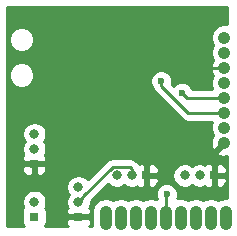
<source format=gbl>
G04 #@! TF.FileFunction,Copper,L2,Bot,Signal*
%FSLAX46Y46*%
G04 Gerber Fmt 4.6, Leading zero omitted, Abs format (unit mm)*
G04 Created by KiCad (PCBNEW (2015-08-03 BZR 6047)-product) date Mon 05 Oct 2015 04:37:09 PM CEST*
%MOMM*%
G01*
G04 APERTURE LIST*
%ADD10C,0.100000*%
%ADD11R,0.800000X0.800000*%
%ADD12O,0.800000X0.800000*%
%ADD13O,1.050000X2.100000*%
%ADD14C,1.050000*%
%ADD15C,0.600000*%
%ADD16C,0.250000*%
%ADD17C,0.254000*%
G04 APERTURE END LIST*
D10*
D11*
X28000000Y-34000000D03*
D12*
X28000000Y-32750000D03*
X28000000Y-31500000D03*
D11*
X31750000Y-38500000D03*
D12*
X31750000Y-37250000D03*
X31750000Y-36000000D03*
D11*
X28000000Y-38500000D03*
D12*
X28000000Y-37250000D03*
D13*
X34040000Y-38600000D03*
X44200000Y-38600000D03*
X42930000Y-38600000D03*
X41660000Y-38600000D03*
X40390000Y-38600000D03*
X39120000Y-38600000D03*
X37850000Y-38600000D03*
X36580000Y-38600000D03*
X35310000Y-38600000D03*
D11*
X37500000Y-35000000D03*
D12*
X36250000Y-35000000D03*
X35000000Y-35000000D03*
D11*
X43250000Y-35000000D03*
D12*
X42000000Y-35000000D03*
X40750000Y-35000000D03*
D14*
X44100000Y-23340000D03*
X44100000Y-24610000D03*
X44100000Y-25880000D03*
X44100000Y-27150000D03*
X44100000Y-28420000D03*
X44100000Y-29690000D03*
X44100000Y-30960000D03*
X44100000Y-32230000D03*
D15*
X39207354Y-36599969D03*
X32191692Y-33600392D03*
X43750000Y-21250000D03*
X33250000Y-22500000D03*
X40500000Y-28000000D03*
X38750000Y-27000000D03*
D16*
X39120000Y-38600000D02*
X39120000Y-36687323D01*
X39120000Y-36687323D02*
X39207354Y-36599969D01*
X33840000Y-38400000D02*
X34040000Y-38600000D01*
X44100000Y-25880000D02*
X42620000Y-25880000D01*
X42620000Y-25880000D02*
X42500000Y-26000000D01*
X36250000Y-35000000D02*
X36250000Y-34434315D01*
X36250000Y-34434315D02*
X36090684Y-34274999D01*
X36090684Y-34274999D02*
X34651999Y-34274999D01*
X34651999Y-34274999D02*
X32149999Y-36776999D01*
X32149999Y-36776999D02*
X32149999Y-36850001D01*
X32149999Y-36850001D02*
X31750000Y-37250000D01*
X44100000Y-28420000D02*
X40920000Y-28420000D01*
X40920000Y-28420000D02*
X40500000Y-28000000D01*
X38750000Y-27424264D02*
X38750000Y-27000000D01*
X41015736Y-29690000D02*
X38750000Y-27424264D01*
X44100000Y-29690000D02*
X41015736Y-29690000D01*
D17*
G36*
X44290000Y-22180166D02*
X43870274Y-22179799D01*
X43443771Y-22356026D01*
X43117173Y-22682055D01*
X42940202Y-23108249D01*
X42939799Y-23569726D01*
X43107449Y-23975472D01*
X42940202Y-24378249D01*
X42939799Y-24839726D01*
X43116026Y-25266229D01*
X43130845Y-25281074D01*
X43074038Y-25291575D01*
X42926954Y-25728985D01*
X42958457Y-26189386D01*
X43074038Y-26468425D01*
X43130406Y-26478845D01*
X43117173Y-26492055D01*
X42940202Y-26918249D01*
X42939799Y-27379726D01*
X43055606Y-27660000D01*
X41371186Y-27660000D01*
X41293117Y-27471057D01*
X41030327Y-27207808D01*
X40686799Y-27065162D01*
X40314833Y-27064838D01*
X39971057Y-27206883D01*
X39789080Y-27388542D01*
X39656231Y-27255693D01*
X39684838Y-27186799D01*
X39685162Y-26814833D01*
X39543117Y-26471057D01*
X39280327Y-26207808D01*
X38936799Y-26065162D01*
X38564833Y-26064838D01*
X38221057Y-26206883D01*
X37957808Y-26469673D01*
X37815162Y-26813201D01*
X37814838Y-27185167D01*
X37956883Y-27528943D01*
X38024245Y-27596422D01*
X38047852Y-27715103D01*
X38212599Y-27961665D01*
X40478335Y-30227401D01*
X40724897Y-30392148D01*
X41015736Y-30450000D01*
X43055741Y-30450000D01*
X42940202Y-30728249D01*
X42939799Y-31189726D01*
X43116026Y-31616229D01*
X43130845Y-31631074D01*
X43074038Y-31641575D01*
X42926954Y-32078985D01*
X42958457Y-32539386D01*
X43074038Y-32818425D01*
X43291727Y-32858667D01*
X43920395Y-32230000D01*
X43906253Y-32215858D01*
X44002195Y-32119915D01*
X44197976Y-32120086D01*
X44290000Y-32212110D01*
X44290000Y-32219605D01*
X44279605Y-32230000D01*
X44290000Y-32240395D01*
X44290000Y-32247890D01*
X44114143Y-32423748D01*
X44100000Y-32409605D01*
X43471333Y-33038273D01*
X43511575Y-33255962D01*
X43948985Y-33403046D01*
X44290000Y-33379712D01*
X44290000Y-36899891D01*
X44200000Y-36881989D01*
X43756087Y-36970289D01*
X43565000Y-37097969D01*
X43373913Y-36970289D01*
X42930000Y-36881989D01*
X42486087Y-36970289D01*
X42295000Y-37097969D01*
X42103913Y-36970289D01*
X41660000Y-36881989D01*
X41216087Y-36970289D01*
X41025000Y-37097969D01*
X40833913Y-36970289D01*
X40390000Y-36881989D01*
X40076782Y-36944292D01*
X40142192Y-36786768D01*
X40142516Y-36414802D01*
X40000471Y-36071026D01*
X39737681Y-35807777D01*
X39394153Y-35665131D01*
X39022187Y-35664807D01*
X38678411Y-35806852D01*
X38415162Y-36069642D01*
X38272516Y-36413170D01*
X38272192Y-36785136D01*
X38360000Y-36997648D01*
X38360000Y-37014447D01*
X38293913Y-36970289D01*
X37850000Y-36881989D01*
X37406087Y-36970289D01*
X37215000Y-37097969D01*
X37023913Y-36970289D01*
X36580000Y-36881989D01*
X36136087Y-36970289D01*
X35945000Y-37097969D01*
X35753913Y-36970289D01*
X35310000Y-36881989D01*
X34866087Y-36970289D01*
X34675000Y-37097969D01*
X34483913Y-36970289D01*
X34040000Y-36881989D01*
X33596087Y-36970289D01*
X33219756Y-37221745D01*
X32968300Y-37598076D01*
X32880000Y-38041989D01*
X32880000Y-39158011D01*
X32906254Y-39290000D01*
X32658025Y-39290000D01*
X32688327Y-39259698D01*
X32785000Y-39026309D01*
X32785000Y-38785750D01*
X32626250Y-38627000D01*
X31877000Y-38627000D01*
X31877000Y-38647000D01*
X31623000Y-38647000D01*
X31623000Y-38627000D01*
X30873750Y-38627000D01*
X30715000Y-38785750D01*
X30715000Y-39026309D01*
X30811673Y-39259698D01*
X30841975Y-39290000D01*
X28902065Y-39290000D01*
X28996431Y-39151890D01*
X29047440Y-38900000D01*
X29047440Y-38100000D01*
X29003162Y-37864683D01*
X28915119Y-37727860D01*
X28956215Y-37666354D01*
X29035000Y-37270277D01*
X29035000Y-37229723D01*
X28956215Y-36833646D01*
X28731856Y-36497867D01*
X28396077Y-36273508D01*
X28000000Y-36194723D01*
X27603923Y-36273508D01*
X27268144Y-36497867D01*
X27043785Y-36833646D01*
X26965000Y-37229723D01*
X26965000Y-37270277D01*
X27043785Y-37666354D01*
X27085302Y-37728489D01*
X27003569Y-37848110D01*
X26952560Y-38100000D01*
X26952560Y-38900000D01*
X26996838Y-39135317D01*
X27096374Y-39290000D01*
X25710000Y-39290000D01*
X25710000Y-35979723D01*
X30715000Y-35979723D01*
X30715000Y-36020277D01*
X30793785Y-36416354D01*
X30933197Y-36625000D01*
X30793785Y-36833646D01*
X30715000Y-37229723D01*
X30715000Y-37270277D01*
X30793785Y-37666354D01*
X30830569Y-37721406D01*
X30811673Y-37740302D01*
X30715000Y-37973691D01*
X30715000Y-38214250D01*
X30873750Y-38373000D01*
X31623000Y-38373000D01*
X31623000Y-38353000D01*
X31877000Y-38353000D01*
X31877000Y-38373000D01*
X32626250Y-38373000D01*
X32785000Y-38214250D01*
X32785000Y-37973691D01*
X32688327Y-37740302D01*
X32669431Y-37721406D01*
X32706215Y-37666354D01*
X32785000Y-37270277D01*
X32785000Y-37241333D01*
X32834401Y-37167399D01*
X34261101Y-35740699D01*
X34583646Y-35956215D01*
X34979723Y-36035000D01*
X35020277Y-36035000D01*
X35416354Y-35956215D01*
X35625000Y-35816803D01*
X35833646Y-35956215D01*
X36229723Y-36035000D01*
X36270277Y-36035000D01*
X36666354Y-35956215D01*
X36721406Y-35919431D01*
X36740302Y-35938327D01*
X36973691Y-36035000D01*
X37214250Y-36035000D01*
X37373000Y-35876250D01*
X37373000Y-35127000D01*
X37627000Y-35127000D01*
X37627000Y-35876250D01*
X37785750Y-36035000D01*
X38026309Y-36035000D01*
X38259698Y-35938327D01*
X38438327Y-35759699D01*
X38535000Y-35526310D01*
X38535000Y-35285750D01*
X38376250Y-35127000D01*
X37627000Y-35127000D01*
X37373000Y-35127000D01*
X37353000Y-35127000D01*
X37353000Y-35000000D01*
X39694723Y-35000000D01*
X39773508Y-35396077D01*
X39997867Y-35731856D01*
X40333646Y-35956215D01*
X40729723Y-36035000D01*
X40770277Y-36035000D01*
X41166354Y-35956215D01*
X41375000Y-35816803D01*
X41583646Y-35956215D01*
X41979723Y-36035000D01*
X42020277Y-36035000D01*
X42416354Y-35956215D01*
X42471406Y-35919431D01*
X42490302Y-35938327D01*
X42723691Y-36035000D01*
X42964250Y-36035000D01*
X43123000Y-35876250D01*
X43123000Y-35127000D01*
X43377000Y-35127000D01*
X43377000Y-35876250D01*
X43535750Y-36035000D01*
X43776309Y-36035000D01*
X44009698Y-35938327D01*
X44188327Y-35759699D01*
X44285000Y-35526310D01*
X44285000Y-35285750D01*
X44126250Y-35127000D01*
X43377000Y-35127000D01*
X43123000Y-35127000D01*
X43103000Y-35127000D01*
X43103000Y-34873000D01*
X43123000Y-34873000D01*
X43123000Y-34123750D01*
X43377000Y-34123750D01*
X43377000Y-34873000D01*
X44126250Y-34873000D01*
X44285000Y-34714250D01*
X44285000Y-34473690D01*
X44188327Y-34240301D01*
X44009698Y-34061673D01*
X43776309Y-33965000D01*
X43535750Y-33965000D01*
X43377000Y-34123750D01*
X43123000Y-34123750D01*
X42964250Y-33965000D01*
X42723691Y-33965000D01*
X42490302Y-34061673D01*
X42471406Y-34080569D01*
X42416354Y-34043785D01*
X42020277Y-33965000D01*
X41979723Y-33965000D01*
X41583646Y-34043785D01*
X41375000Y-34183197D01*
X41166354Y-34043785D01*
X40770277Y-33965000D01*
X40729723Y-33965000D01*
X40333646Y-34043785D01*
X39997867Y-34268144D01*
X39773508Y-34603923D01*
X39694723Y-35000000D01*
X37353000Y-35000000D01*
X37353000Y-34873000D01*
X37373000Y-34873000D01*
X37373000Y-34123750D01*
X37627000Y-34123750D01*
X37627000Y-34873000D01*
X38376250Y-34873000D01*
X38535000Y-34714250D01*
X38535000Y-34473690D01*
X38438327Y-34240301D01*
X38259698Y-34061673D01*
X38026309Y-33965000D01*
X37785750Y-33965000D01*
X37627000Y-34123750D01*
X37373000Y-34123750D01*
X37214250Y-33965000D01*
X36973691Y-33965000D01*
X36863415Y-34010678D01*
X36787401Y-33896914D01*
X36628085Y-33737598D01*
X36381523Y-33572851D01*
X36090684Y-33514999D01*
X34651999Y-33514999D01*
X34361159Y-33572851D01*
X34114598Y-33737598D01*
X32530912Y-35321284D01*
X32481856Y-35247867D01*
X32146077Y-35023508D01*
X31750000Y-34944723D01*
X31353923Y-35023508D01*
X31018144Y-35247867D01*
X30793785Y-35583646D01*
X30715000Y-35979723D01*
X25710000Y-35979723D01*
X25710000Y-34285750D01*
X26965000Y-34285750D01*
X26965000Y-34526309D01*
X27061673Y-34759698D01*
X27240301Y-34938327D01*
X27473690Y-35035000D01*
X27714250Y-35035000D01*
X27873000Y-34876250D01*
X27873000Y-34127000D01*
X28127000Y-34127000D01*
X28127000Y-34876250D01*
X28285750Y-35035000D01*
X28526310Y-35035000D01*
X28759699Y-34938327D01*
X28938327Y-34759698D01*
X29035000Y-34526309D01*
X29035000Y-34285750D01*
X28876250Y-34127000D01*
X28127000Y-34127000D01*
X27873000Y-34127000D01*
X27123750Y-34127000D01*
X26965000Y-34285750D01*
X25710000Y-34285750D01*
X25710000Y-31479723D01*
X26965000Y-31479723D01*
X26965000Y-31520277D01*
X27043785Y-31916354D01*
X27183197Y-32125000D01*
X27043785Y-32333646D01*
X26965000Y-32729723D01*
X26965000Y-32770277D01*
X27043785Y-33166354D01*
X27080569Y-33221406D01*
X27061673Y-33240302D01*
X26965000Y-33473691D01*
X26965000Y-33714250D01*
X27123750Y-33873000D01*
X27873000Y-33873000D01*
X27873000Y-33853000D01*
X28127000Y-33853000D01*
X28127000Y-33873000D01*
X28876250Y-33873000D01*
X29035000Y-33714250D01*
X29035000Y-33473691D01*
X28938327Y-33240302D01*
X28919431Y-33221406D01*
X28956215Y-33166354D01*
X29035000Y-32770277D01*
X29035000Y-32729723D01*
X28956215Y-32333646D01*
X28816803Y-32125000D01*
X28956215Y-31916354D01*
X29035000Y-31520277D01*
X29035000Y-31479723D01*
X28956215Y-31083646D01*
X28731856Y-30747867D01*
X28396077Y-30523508D01*
X28000000Y-30444723D01*
X27603923Y-30523508D01*
X27268144Y-30747867D01*
X27043785Y-31083646D01*
X26965000Y-31479723D01*
X25710000Y-31479723D01*
X25710000Y-26714873D01*
X25839812Y-26714873D01*
X26004646Y-27113800D01*
X26309595Y-27419282D01*
X26708233Y-27584811D01*
X27139873Y-27585188D01*
X27538800Y-27420354D01*
X27844282Y-27115405D01*
X28009811Y-26716767D01*
X28010188Y-26285127D01*
X27845354Y-25886200D01*
X27540405Y-25580718D01*
X27141767Y-25415189D01*
X26710127Y-25414812D01*
X26311200Y-25579646D01*
X26005718Y-25884595D01*
X25840189Y-26283233D01*
X25839812Y-26714873D01*
X25710000Y-26714873D01*
X25710000Y-23714873D01*
X25839812Y-23714873D01*
X26004646Y-24113800D01*
X26309595Y-24419282D01*
X26708233Y-24584811D01*
X27139873Y-24585188D01*
X27538800Y-24420354D01*
X27844282Y-24115405D01*
X28009811Y-23716767D01*
X28010188Y-23285127D01*
X27845354Y-22886200D01*
X27540405Y-22580718D01*
X27141767Y-22415189D01*
X26710127Y-22414812D01*
X26311200Y-22579646D01*
X26005718Y-22884595D01*
X25840189Y-23283233D01*
X25839812Y-23714873D01*
X25710000Y-23714873D01*
X25710000Y-20710000D01*
X44290000Y-20710000D01*
X44290000Y-22180166D01*
X44290000Y-22180166D01*
G37*
X44290000Y-22180166D02*
X43870274Y-22179799D01*
X43443771Y-22356026D01*
X43117173Y-22682055D01*
X42940202Y-23108249D01*
X42939799Y-23569726D01*
X43107449Y-23975472D01*
X42940202Y-24378249D01*
X42939799Y-24839726D01*
X43116026Y-25266229D01*
X43130845Y-25281074D01*
X43074038Y-25291575D01*
X42926954Y-25728985D01*
X42958457Y-26189386D01*
X43074038Y-26468425D01*
X43130406Y-26478845D01*
X43117173Y-26492055D01*
X42940202Y-26918249D01*
X42939799Y-27379726D01*
X43055606Y-27660000D01*
X41371186Y-27660000D01*
X41293117Y-27471057D01*
X41030327Y-27207808D01*
X40686799Y-27065162D01*
X40314833Y-27064838D01*
X39971057Y-27206883D01*
X39789080Y-27388542D01*
X39656231Y-27255693D01*
X39684838Y-27186799D01*
X39685162Y-26814833D01*
X39543117Y-26471057D01*
X39280327Y-26207808D01*
X38936799Y-26065162D01*
X38564833Y-26064838D01*
X38221057Y-26206883D01*
X37957808Y-26469673D01*
X37815162Y-26813201D01*
X37814838Y-27185167D01*
X37956883Y-27528943D01*
X38024245Y-27596422D01*
X38047852Y-27715103D01*
X38212599Y-27961665D01*
X40478335Y-30227401D01*
X40724897Y-30392148D01*
X41015736Y-30450000D01*
X43055741Y-30450000D01*
X42940202Y-30728249D01*
X42939799Y-31189726D01*
X43116026Y-31616229D01*
X43130845Y-31631074D01*
X43074038Y-31641575D01*
X42926954Y-32078985D01*
X42958457Y-32539386D01*
X43074038Y-32818425D01*
X43291727Y-32858667D01*
X43920395Y-32230000D01*
X43906253Y-32215858D01*
X44002195Y-32119915D01*
X44197976Y-32120086D01*
X44290000Y-32212110D01*
X44290000Y-32219605D01*
X44279605Y-32230000D01*
X44290000Y-32240395D01*
X44290000Y-32247890D01*
X44114143Y-32423748D01*
X44100000Y-32409605D01*
X43471333Y-33038273D01*
X43511575Y-33255962D01*
X43948985Y-33403046D01*
X44290000Y-33379712D01*
X44290000Y-36899891D01*
X44200000Y-36881989D01*
X43756087Y-36970289D01*
X43565000Y-37097969D01*
X43373913Y-36970289D01*
X42930000Y-36881989D01*
X42486087Y-36970289D01*
X42295000Y-37097969D01*
X42103913Y-36970289D01*
X41660000Y-36881989D01*
X41216087Y-36970289D01*
X41025000Y-37097969D01*
X40833913Y-36970289D01*
X40390000Y-36881989D01*
X40076782Y-36944292D01*
X40142192Y-36786768D01*
X40142516Y-36414802D01*
X40000471Y-36071026D01*
X39737681Y-35807777D01*
X39394153Y-35665131D01*
X39022187Y-35664807D01*
X38678411Y-35806852D01*
X38415162Y-36069642D01*
X38272516Y-36413170D01*
X38272192Y-36785136D01*
X38360000Y-36997648D01*
X38360000Y-37014447D01*
X38293913Y-36970289D01*
X37850000Y-36881989D01*
X37406087Y-36970289D01*
X37215000Y-37097969D01*
X37023913Y-36970289D01*
X36580000Y-36881989D01*
X36136087Y-36970289D01*
X35945000Y-37097969D01*
X35753913Y-36970289D01*
X35310000Y-36881989D01*
X34866087Y-36970289D01*
X34675000Y-37097969D01*
X34483913Y-36970289D01*
X34040000Y-36881989D01*
X33596087Y-36970289D01*
X33219756Y-37221745D01*
X32968300Y-37598076D01*
X32880000Y-38041989D01*
X32880000Y-39158011D01*
X32906254Y-39290000D01*
X32658025Y-39290000D01*
X32688327Y-39259698D01*
X32785000Y-39026309D01*
X32785000Y-38785750D01*
X32626250Y-38627000D01*
X31877000Y-38627000D01*
X31877000Y-38647000D01*
X31623000Y-38647000D01*
X31623000Y-38627000D01*
X30873750Y-38627000D01*
X30715000Y-38785750D01*
X30715000Y-39026309D01*
X30811673Y-39259698D01*
X30841975Y-39290000D01*
X28902065Y-39290000D01*
X28996431Y-39151890D01*
X29047440Y-38900000D01*
X29047440Y-38100000D01*
X29003162Y-37864683D01*
X28915119Y-37727860D01*
X28956215Y-37666354D01*
X29035000Y-37270277D01*
X29035000Y-37229723D01*
X28956215Y-36833646D01*
X28731856Y-36497867D01*
X28396077Y-36273508D01*
X28000000Y-36194723D01*
X27603923Y-36273508D01*
X27268144Y-36497867D01*
X27043785Y-36833646D01*
X26965000Y-37229723D01*
X26965000Y-37270277D01*
X27043785Y-37666354D01*
X27085302Y-37728489D01*
X27003569Y-37848110D01*
X26952560Y-38100000D01*
X26952560Y-38900000D01*
X26996838Y-39135317D01*
X27096374Y-39290000D01*
X25710000Y-39290000D01*
X25710000Y-35979723D01*
X30715000Y-35979723D01*
X30715000Y-36020277D01*
X30793785Y-36416354D01*
X30933197Y-36625000D01*
X30793785Y-36833646D01*
X30715000Y-37229723D01*
X30715000Y-37270277D01*
X30793785Y-37666354D01*
X30830569Y-37721406D01*
X30811673Y-37740302D01*
X30715000Y-37973691D01*
X30715000Y-38214250D01*
X30873750Y-38373000D01*
X31623000Y-38373000D01*
X31623000Y-38353000D01*
X31877000Y-38353000D01*
X31877000Y-38373000D01*
X32626250Y-38373000D01*
X32785000Y-38214250D01*
X32785000Y-37973691D01*
X32688327Y-37740302D01*
X32669431Y-37721406D01*
X32706215Y-37666354D01*
X32785000Y-37270277D01*
X32785000Y-37241333D01*
X32834401Y-37167399D01*
X34261101Y-35740699D01*
X34583646Y-35956215D01*
X34979723Y-36035000D01*
X35020277Y-36035000D01*
X35416354Y-35956215D01*
X35625000Y-35816803D01*
X35833646Y-35956215D01*
X36229723Y-36035000D01*
X36270277Y-36035000D01*
X36666354Y-35956215D01*
X36721406Y-35919431D01*
X36740302Y-35938327D01*
X36973691Y-36035000D01*
X37214250Y-36035000D01*
X37373000Y-35876250D01*
X37373000Y-35127000D01*
X37627000Y-35127000D01*
X37627000Y-35876250D01*
X37785750Y-36035000D01*
X38026309Y-36035000D01*
X38259698Y-35938327D01*
X38438327Y-35759699D01*
X38535000Y-35526310D01*
X38535000Y-35285750D01*
X38376250Y-35127000D01*
X37627000Y-35127000D01*
X37373000Y-35127000D01*
X37353000Y-35127000D01*
X37353000Y-35000000D01*
X39694723Y-35000000D01*
X39773508Y-35396077D01*
X39997867Y-35731856D01*
X40333646Y-35956215D01*
X40729723Y-36035000D01*
X40770277Y-36035000D01*
X41166354Y-35956215D01*
X41375000Y-35816803D01*
X41583646Y-35956215D01*
X41979723Y-36035000D01*
X42020277Y-36035000D01*
X42416354Y-35956215D01*
X42471406Y-35919431D01*
X42490302Y-35938327D01*
X42723691Y-36035000D01*
X42964250Y-36035000D01*
X43123000Y-35876250D01*
X43123000Y-35127000D01*
X43377000Y-35127000D01*
X43377000Y-35876250D01*
X43535750Y-36035000D01*
X43776309Y-36035000D01*
X44009698Y-35938327D01*
X44188327Y-35759699D01*
X44285000Y-35526310D01*
X44285000Y-35285750D01*
X44126250Y-35127000D01*
X43377000Y-35127000D01*
X43123000Y-35127000D01*
X43103000Y-35127000D01*
X43103000Y-34873000D01*
X43123000Y-34873000D01*
X43123000Y-34123750D01*
X43377000Y-34123750D01*
X43377000Y-34873000D01*
X44126250Y-34873000D01*
X44285000Y-34714250D01*
X44285000Y-34473690D01*
X44188327Y-34240301D01*
X44009698Y-34061673D01*
X43776309Y-33965000D01*
X43535750Y-33965000D01*
X43377000Y-34123750D01*
X43123000Y-34123750D01*
X42964250Y-33965000D01*
X42723691Y-33965000D01*
X42490302Y-34061673D01*
X42471406Y-34080569D01*
X42416354Y-34043785D01*
X42020277Y-33965000D01*
X41979723Y-33965000D01*
X41583646Y-34043785D01*
X41375000Y-34183197D01*
X41166354Y-34043785D01*
X40770277Y-33965000D01*
X40729723Y-33965000D01*
X40333646Y-34043785D01*
X39997867Y-34268144D01*
X39773508Y-34603923D01*
X39694723Y-35000000D01*
X37353000Y-35000000D01*
X37353000Y-34873000D01*
X37373000Y-34873000D01*
X37373000Y-34123750D01*
X37627000Y-34123750D01*
X37627000Y-34873000D01*
X38376250Y-34873000D01*
X38535000Y-34714250D01*
X38535000Y-34473690D01*
X38438327Y-34240301D01*
X38259698Y-34061673D01*
X38026309Y-33965000D01*
X37785750Y-33965000D01*
X37627000Y-34123750D01*
X37373000Y-34123750D01*
X37214250Y-33965000D01*
X36973691Y-33965000D01*
X36863415Y-34010678D01*
X36787401Y-33896914D01*
X36628085Y-33737598D01*
X36381523Y-33572851D01*
X36090684Y-33514999D01*
X34651999Y-33514999D01*
X34361159Y-33572851D01*
X34114598Y-33737598D01*
X32530912Y-35321284D01*
X32481856Y-35247867D01*
X32146077Y-35023508D01*
X31750000Y-34944723D01*
X31353923Y-35023508D01*
X31018144Y-35247867D01*
X30793785Y-35583646D01*
X30715000Y-35979723D01*
X25710000Y-35979723D01*
X25710000Y-34285750D01*
X26965000Y-34285750D01*
X26965000Y-34526309D01*
X27061673Y-34759698D01*
X27240301Y-34938327D01*
X27473690Y-35035000D01*
X27714250Y-35035000D01*
X27873000Y-34876250D01*
X27873000Y-34127000D01*
X28127000Y-34127000D01*
X28127000Y-34876250D01*
X28285750Y-35035000D01*
X28526310Y-35035000D01*
X28759699Y-34938327D01*
X28938327Y-34759698D01*
X29035000Y-34526309D01*
X29035000Y-34285750D01*
X28876250Y-34127000D01*
X28127000Y-34127000D01*
X27873000Y-34127000D01*
X27123750Y-34127000D01*
X26965000Y-34285750D01*
X25710000Y-34285750D01*
X25710000Y-31479723D01*
X26965000Y-31479723D01*
X26965000Y-31520277D01*
X27043785Y-31916354D01*
X27183197Y-32125000D01*
X27043785Y-32333646D01*
X26965000Y-32729723D01*
X26965000Y-32770277D01*
X27043785Y-33166354D01*
X27080569Y-33221406D01*
X27061673Y-33240302D01*
X26965000Y-33473691D01*
X26965000Y-33714250D01*
X27123750Y-33873000D01*
X27873000Y-33873000D01*
X27873000Y-33853000D01*
X28127000Y-33853000D01*
X28127000Y-33873000D01*
X28876250Y-33873000D01*
X29035000Y-33714250D01*
X29035000Y-33473691D01*
X28938327Y-33240302D01*
X28919431Y-33221406D01*
X28956215Y-33166354D01*
X29035000Y-32770277D01*
X29035000Y-32729723D01*
X28956215Y-32333646D01*
X28816803Y-32125000D01*
X28956215Y-31916354D01*
X29035000Y-31520277D01*
X29035000Y-31479723D01*
X28956215Y-31083646D01*
X28731856Y-30747867D01*
X28396077Y-30523508D01*
X28000000Y-30444723D01*
X27603923Y-30523508D01*
X27268144Y-30747867D01*
X27043785Y-31083646D01*
X26965000Y-31479723D01*
X25710000Y-31479723D01*
X25710000Y-26714873D01*
X25839812Y-26714873D01*
X26004646Y-27113800D01*
X26309595Y-27419282D01*
X26708233Y-27584811D01*
X27139873Y-27585188D01*
X27538800Y-27420354D01*
X27844282Y-27115405D01*
X28009811Y-26716767D01*
X28010188Y-26285127D01*
X27845354Y-25886200D01*
X27540405Y-25580718D01*
X27141767Y-25415189D01*
X26710127Y-25414812D01*
X26311200Y-25579646D01*
X26005718Y-25884595D01*
X25840189Y-26283233D01*
X25839812Y-26714873D01*
X25710000Y-26714873D01*
X25710000Y-23714873D01*
X25839812Y-23714873D01*
X26004646Y-24113800D01*
X26309595Y-24419282D01*
X26708233Y-24584811D01*
X27139873Y-24585188D01*
X27538800Y-24420354D01*
X27844282Y-24115405D01*
X28009811Y-23716767D01*
X28010188Y-23285127D01*
X27845354Y-22886200D01*
X27540405Y-22580718D01*
X27141767Y-22415189D01*
X26710127Y-22414812D01*
X26311200Y-22579646D01*
X26005718Y-22884595D01*
X25840189Y-23283233D01*
X25839812Y-23714873D01*
X25710000Y-23714873D01*
X25710000Y-20710000D01*
X44290000Y-20710000D01*
X44290000Y-22180166D01*
G36*
X44197976Y-25770086D02*
X44290000Y-25862110D01*
X44290000Y-25869605D01*
X44279605Y-25880000D01*
X44290000Y-25890395D01*
X44290000Y-25897890D01*
X44197805Y-25990085D01*
X44002024Y-25989914D01*
X43906252Y-25894142D01*
X43920395Y-25880000D01*
X43906253Y-25865858D01*
X44002195Y-25769915D01*
X44197976Y-25770086D01*
X44197976Y-25770086D01*
G37*
X44197976Y-25770086D02*
X44290000Y-25862110D01*
X44290000Y-25869605D01*
X44279605Y-25880000D01*
X44290000Y-25890395D01*
X44290000Y-25897890D01*
X44197805Y-25990085D01*
X44002024Y-25989914D01*
X43906252Y-25894142D01*
X43920395Y-25880000D01*
X43906253Y-25865858D01*
X44002195Y-25769915D01*
X44197976Y-25770086D01*
G36*
X44290000Y-22180166D02*
X43870274Y-22179799D01*
X43443771Y-22356026D01*
X43117173Y-22682055D01*
X42940202Y-23108249D01*
X42939799Y-23569726D01*
X43107449Y-23975472D01*
X42940202Y-24378249D01*
X42939799Y-24839726D01*
X43116026Y-25266229D01*
X43130845Y-25281074D01*
X43074038Y-25291575D01*
X42926954Y-25728985D01*
X42958457Y-26189386D01*
X43074038Y-26468425D01*
X43130406Y-26478845D01*
X43117173Y-26492055D01*
X42940202Y-26918249D01*
X42939799Y-27379726D01*
X43055606Y-27660000D01*
X41371186Y-27660000D01*
X41293117Y-27471057D01*
X41030327Y-27207808D01*
X40686799Y-27065162D01*
X40314833Y-27064838D01*
X39971057Y-27206883D01*
X39789080Y-27388542D01*
X39656231Y-27255693D01*
X39684838Y-27186799D01*
X39685162Y-26814833D01*
X39543117Y-26471057D01*
X39280327Y-26207808D01*
X38936799Y-26065162D01*
X38564833Y-26064838D01*
X38221057Y-26206883D01*
X37957808Y-26469673D01*
X37815162Y-26813201D01*
X37814838Y-27185167D01*
X37956883Y-27528943D01*
X38024245Y-27596422D01*
X38047852Y-27715103D01*
X38212599Y-27961665D01*
X40478335Y-30227401D01*
X40724897Y-30392148D01*
X41015736Y-30450000D01*
X43055741Y-30450000D01*
X42940202Y-30728249D01*
X42939799Y-31189726D01*
X43116026Y-31616229D01*
X43130845Y-31631074D01*
X43074038Y-31641575D01*
X42926954Y-32078985D01*
X42958457Y-32539386D01*
X43074038Y-32818425D01*
X43291727Y-32858667D01*
X43920395Y-32230000D01*
X43906253Y-32215858D01*
X44002195Y-32119915D01*
X44197976Y-32120086D01*
X44290000Y-32212110D01*
X44290000Y-32219605D01*
X44279605Y-32230000D01*
X44290000Y-32240395D01*
X44290000Y-32247890D01*
X44114143Y-32423748D01*
X44100000Y-32409605D01*
X43471333Y-33038273D01*
X43511575Y-33255962D01*
X43948985Y-33403046D01*
X44290000Y-33379712D01*
X44290000Y-36899891D01*
X44200000Y-36881989D01*
X43756087Y-36970289D01*
X43565000Y-37097969D01*
X43373913Y-36970289D01*
X42930000Y-36881989D01*
X42486087Y-36970289D01*
X42295000Y-37097969D01*
X42103913Y-36970289D01*
X41660000Y-36881989D01*
X41216087Y-36970289D01*
X41025000Y-37097969D01*
X40833913Y-36970289D01*
X40390000Y-36881989D01*
X40076782Y-36944292D01*
X40142192Y-36786768D01*
X40142516Y-36414802D01*
X40000471Y-36071026D01*
X39737681Y-35807777D01*
X39394153Y-35665131D01*
X39022187Y-35664807D01*
X38678411Y-35806852D01*
X38415162Y-36069642D01*
X38272516Y-36413170D01*
X38272192Y-36785136D01*
X38360000Y-36997648D01*
X38360000Y-37014447D01*
X38293913Y-36970289D01*
X37850000Y-36881989D01*
X37406087Y-36970289D01*
X37215000Y-37097969D01*
X37023913Y-36970289D01*
X36580000Y-36881989D01*
X36136087Y-36970289D01*
X35945000Y-37097969D01*
X35753913Y-36970289D01*
X35310000Y-36881989D01*
X34866087Y-36970289D01*
X34675000Y-37097969D01*
X34483913Y-36970289D01*
X34040000Y-36881989D01*
X33596087Y-36970289D01*
X33219756Y-37221745D01*
X32968300Y-37598076D01*
X32880000Y-38041989D01*
X32880000Y-39158011D01*
X32906254Y-39290000D01*
X32658025Y-39290000D01*
X32688327Y-39259698D01*
X32785000Y-39026309D01*
X32785000Y-38785750D01*
X32626250Y-38627000D01*
X31877000Y-38627000D01*
X31877000Y-38647000D01*
X31623000Y-38647000D01*
X31623000Y-38627000D01*
X30873750Y-38627000D01*
X30715000Y-38785750D01*
X30715000Y-39026309D01*
X30811673Y-39259698D01*
X30841975Y-39290000D01*
X28902065Y-39290000D01*
X28996431Y-39151890D01*
X29047440Y-38900000D01*
X29047440Y-38100000D01*
X29003162Y-37864683D01*
X28915119Y-37727860D01*
X28956215Y-37666354D01*
X29035000Y-37270277D01*
X29035000Y-37229723D01*
X28956215Y-36833646D01*
X28731856Y-36497867D01*
X28396077Y-36273508D01*
X28000000Y-36194723D01*
X27603923Y-36273508D01*
X27268144Y-36497867D01*
X27043785Y-36833646D01*
X26965000Y-37229723D01*
X26965000Y-37270277D01*
X27043785Y-37666354D01*
X27085302Y-37728489D01*
X27003569Y-37848110D01*
X26952560Y-38100000D01*
X26952560Y-38900000D01*
X26996838Y-39135317D01*
X27096374Y-39290000D01*
X25710000Y-39290000D01*
X25710000Y-35979723D01*
X30715000Y-35979723D01*
X30715000Y-36020277D01*
X30793785Y-36416354D01*
X30933197Y-36625000D01*
X30793785Y-36833646D01*
X30715000Y-37229723D01*
X30715000Y-37270277D01*
X30793785Y-37666354D01*
X30830569Y-37721406D01*
X30811673Y-37740302D01*
X30715000Y-37973691D01*
X30715000Y-38214250D01*
X30873750Y-38373000D01*
X31623000Y-38373000D01*
X31623000Y-38353000D01*
X31877000Y-38353000D01*
X31877000Y-38373000D01*
X32626250Y-38373000D01*
X32785000Y-38214250D01*
X32785000Y-37973691D01*
X32688327Y-37740302D01*
X32669431Y-37721406D01*
X32706215Y-37666354D01*
X32785000Y-37270277D01*
X32785000Y-37241333D01*
X32834401Y-37167399D01*
X34261101Y-35740699D01*
X34583646Y-35956215D01*
X34979723Y-36035000D01*
X35020277Y-36035000D01*
X35416354Y-35956215D01*
X35625000Y-35816803D01*
X35833646Y-35956215D01*
X36229723Y-36035000D01*
X36270277Y-36035000D01*
X36666354Y-35956215D01*
X36721406Y-35919431D01*
X36740302Y-35938327D01*
X36973691Y-36035000D01*
X37214250Y-36035000D01*
X37373000Y-35876250D01*
X37373000Y-35127000D01*
X37627000Y-35127000D01*
X37627000Y-35876250D01*
X37785750Y-36035000D01*
X38026309Y-36035000D01*
X38259698Y-35938327D01*
X38438327Y-35759699D01*
X38535000Y-35526310D01*
X38535000Y-35285750D01*
X38376250Y-35127000D01*
X37627000Y-35127000D01*
X37373000Y-35127000D01*
X37353000Y-35127000D01*
X37353000Y-35000000D01*
X39694723Y-35000000D01*
X39773508Y-35396077D01*
X39997867Y-35731856D01*
X40333646Y-35956215D01*
X40729723Y-36035000D01*
X40770277Y-36035000D01*
X41166354Y-35956215D01*
X41375000Y-35816803D01*
X41583646Y-35956215D01*
X41979723Y-36035000D01*
X42020277Y-36035000D01*
X42416354Y-35956215D01*
X42471406Y-35919431D01*
X42490302Y-35938327D01*
X42723691Y-36035000D01*
X42964250Y-36035000D01*
X43123000Y-35876250D01*
X43123000Y-35127000D01*
X43377000Y-35127000D01*
X43377000Y-35876250D01*
X43535750Y-36035000D01*
X43776309Y-36035000D01*
X44009698Y-35938327D01*
X44188327Y-35759699D01*
X44285000Y-35526310D01*
X44285000Y-35285750D01*
X44126250Y-35127000D01*
X43377000Y-35127000D01*
X43123000Y-35127000D01*
X43103000Y-35127000D01*
X43103000Y-34873000D01*
X43123000Y-34873000D01*
X43123000Y-34123750D01*
X43377000Y-34123750D01*
X43377000Y-34873000D01*
X44126250Y-34873000D01*
X44285000Y-34714250D01*
X44285000Y-34473690D01*
X44188327Y-34240301D01*
X44009698Y-34061673D01*
X43776309Y-33965000D01*
X43535750Y-33965000D01*
X43377000Y-34123750D01*
X43123000Y-34123750D01*
X42964250Y-33965000D01*
X42723691Y-33965000D01*
X42490302Y-34061673D01*
X42471406Y-34080569D01*
X42416354Y-34043785D01*
X42020277Y-33965000D01*
X41979723Y-33965000D01*
X41583646Y-34043785D01*
X41375000Y-34183197D01*
X41166354Y-34043785D01*
X40770277Y-33965000D01*
X40729723Y-33965000D01*
X40333646Y-34043785D01*
X39997867Y-34268144D01*
X39773508Y-34603923D01*
X39694723Y-35000000D01*
X37353000Y-35000000D01*
X37353000Y-34873000D01*
X37373000Y-34873000D01*
X37373000Y-34123750D01*
X37627000Y-34123750D01*
X37627000Y-34873000D01*
X38376250Y-34873000D01*
X38535000Y-34714250D01*
X38535000Y-34473690D01*
X38438327Y-34240301D01*
X38259698Y-34061673D01*
X38026309Y-33965000D01*
X37785750Y-33965000D01*
X37627000Y-34123750D01*
X37373000Y-34123750D01*
X37214250Y-33965000D01*
X36973691Y-33965000D01*
X36863415Y-34010678D01*
X36787401Y-33896914D01*
X36628085Y-33737598D01*
X36381523Y-33572851D01*
X36090684Y-33514999D01*
X34651999Y-33514999D01*
X34361159Y-33572851D01*
X34114598Y-33737598D01*
X32530912Y-35321284D01*
X32481856Y-35247867D01*
X32146077Y-35023508D01*
X31750000Y-34944723D01*
X31353923Y-35023508D01*
X31018144Y-35247867D01*
X30793785Y-35583646D01*
X30715000Y-35979723D01*
X25710000Y-35979723D01*
X25710000Y-34285750D01*
X26965000Y-34285750D01*
X26965000Y-34526309D01*
X27061673Y-34759698D01*
X27240301Y-34938327D01*
X27473690Y-35035000D01*
X27714250Y-35035000D01*
X27873000Y-34876250D01*
X27873000Y-34127000D01*
X28127000Y-34127000D01*
X28127000Y-34876250D01*
X28285750Y-35035000D01*
X28526310Y-35035000D01*
X28759699Y-34938327D01*
X28938327Y-34759698D01*
X29035000Y-34526309D01*
X29035000Y-34285750D01*
X28876250Y-34127000D01*
X28127000Y-34127000D01*
X27873000Y-34127000D01*
X27123750Y-34127000D01*
X26965000Y-34285750D01*
X25710000Y-34285750D01*
X25710000Y-31479723D01*
X26965000Y-31479723D01*
X26965000Y-31520277D01*
X27043785Y-31916354D01*
X27183197Y-32125000D01*
X27043785Y-32333646D01*
X26965000Y-32729723D01*
X26965000Y-32770277D01*
X27043785Y-33166354D01*
X27080569Y-33221406D01*
X27061673Y-33240302D01*
X26965000Y-33473691D01*
X26965000Y-33714250D01*
X27123750Y-33873000D01*
X27873000Y-33873000D01*
X27873000Y-33853000D01*
X28127000Y-33853000D01*
X28127000Y-33873000D01*
X28876250Y-33873000D01*
X29035000Y-33714250D01*
X29035000Y-33473691D01*
X28938327Y-33240302D01*
X28919431Y-33221406D01*
X28956215Y-33166354D01*
X29035000Y-32770277D01*
X29035000Y-32729723D01*
X28956215Y-32333646D01*
X28816803Y-32125000D01*
X28956215Y-31916354D01*
X29035000Y-31520277D01*
X29035000Y-31479723D01*
X28956215Y-31083646D01*
X28731856Y-30747867D01*
X28396077Y-30523508D01*
X28000000Y-30444723D01*
X27603923Y-30523508D01*
X27268144Y-30747867D01*
X27043785Y-31083646D01*
X26965000Y-31479723D01*
X25710000Y-31479723D01*
X25710000Y-26714873D01*
X25839812Y-26714873D01*
X26004646Y-27113800D01*
X26309595Y-27419282D01*
X26708233Y-27584811D01*
X27139873Y-27585188D01*
X27538800Y-27420354D01*
X27844282Y-27115405D01*
X28009811Y-26716767D01*
X28010188Y-26285127D01*
X27845354Y-25886200D01*
X27540405Y-25580718D01*
X27141767Y-25415189D01*
X26710127Y-25414812D01*
X26311200Y-25579646D01*
X26005718Y-25884595D01*
X25840189Y-26283233D01*
X25839812Y-26714873D01*
X25710000Y-26714873D01*
X25710000Y-23714873D01*
X25839812Y-23714873D01*
X26004646Y-24113800D01*
X26309595Y-24419282D01*
X26708233Y-24584811D01*
X27139873Y-24585188D01*
X27538800Y-24420354D01*
X27844282Y-24115405D01*
X28009811Y-23716767D01*
X28010188Y-23285127D01*
X27845354Y-22886200D01*
X27540405Y-22580718D01*
X27141767Y-22415189D01*
X26710127Y-22414812D01*
X26311200Y-22579646D01*
X26005718Y-22884595D01*
X25840189Y-23283233D01*
X25839812Y-23714873D01*
X25710000Y-23714873D01*
X25710000Y-20710000D01*
X44290000Y-20710000D01*
X44290000Y-22180166D01*
X44290000Y-22180166D01*
G37*
X44290000Y-22180166D02*
X43870274Y-22179799D01*
X43443771Y-22356026D01*
X43117173Y-22682055D01*
X42940202Y-23108249D01*
X42939799Y-23569726D01*
X43107449Y-23975472D01*
X42940202Y-24378249D01*
X42939799Y-24839726D01*
X43116026Y-25266229D01*
X43130845Y-25281074D01*
X43074038Y-25291575D01*
X42926954Y-25728985D01*
X42958457Y-26189386D01*
X43074038Y-26468425D01*
X43130406Y-26478845D01*
X43117173Y-26492055D01*
X42940202Y-26918249D01*
X42939799Y-27379726D01*
X43055606Y-27660000D01*
X41371186Y-27660000D01*
X41293117Y-27471057D01*
X41030327Y-27207808D01*
X40686799Y-27065162D01*
X40314833Y-27064838D01*
X39971057Y-27206883D01*
X39789080Y-27388542D01*
X39656231Y-27255693D01*
X39684838Y-27186799D01*
X39685162Y-26814833D01*
X39543117Y-26471057D01*
X39280327Y-26207808D01*
X38936799Y-26065162D01*
X38564833Y-26064838D01*
X38221057Y-26206883D01*
X37957808Y-26469673D01*
X37815162Y-26813201D01*
X37814838Y-27185167D01*
X37956883Y-27528943D01*
X38024245Y-27596422D01*
X38047852Y-27715103D01*
X38212599Y-27961665D01*
X40478335Y-30227401D01*
X40724897Y-30392148D01*
X41015736Y-30450000D01*
X43055741Y-30450000D01*
X42940202Y-30728249D01*
X42939799Y-31189726D01*
X43116026Y-31616229D01*
X43130845Y-31631074D01*
X43074038Y-31641575D01*
X42926954Y-32078985D01*
X42958457Y-32539386D01*
X43074038Y-32818425D01*
X43291727Y-32858667D01*
X43920395Y-32230000D01*
X43906253Y-32215858D01*
X44002195Y-32119915D01*
X44197976Y-32120086D01*
X44290000Y-32212110D01*
X44290000Y-32219605D01*
X44279605Y-32230000D01*
X44290000Y-32240395D01*
X44290000Y-32247890D01*
X44114143Y-32423748D01*
X44100000Y-32409605D01*
X43471333Y-33038273D01*
X43511575Y-33255962D01*
X43948985Y-33403046D01*
X44290000Y-33379712D01*
X44290000Y-36899891D01*
X44200000Y-36881989D01*
X43756087Y-36970289D01*
X43565000Y-37097969D01*
X43373913Y-36970289D01*
X42930000Y-36881989D01*
X42486087Y-36970289D01*
X42295000Y-37097969D01*
X42103913Y-36970289D01*
X41660000Y-36881989D01*
X41216087Y-36970289D01*
X41025000Y-37097969D01*
X40833913Y-36970289D01*
X40390000Y-36881989D01*
X40076782Y-36944292D01*
X40142192Y-36786768D01*
X40142516Y-36414802D01*
X40000471Y-36071026D01*
X39737681Y-35807777D01*
X39394153Y-35665131D01*
X39022187Y-35664807D01*
X38678411Y-35806852D01*
X38415162Y-36069642D01*
X38272516Y-36413170D01*
X38272192Y-36785136D01*
X38360000Y-36997648D01*
X38360000Y-37014447D01*
X38293913Y-36970289D01*
X37850000Y-36881989D01*
X37406087Y-36970289D01*
X37215000Y-37097969D01*
X37023913Y-36970289D01*
X36580000Y-36881989D01*
X36136087Y-36970289D01*
X35945000Y-37097969D01*
X35753913Y-36970289D01*
X35310000Y-36881989D01*
X34866087Y-36970289D01*
X34675000Y-37097969D01*
X34483913Y-36970289D01*
X34040000Y-36881989D01*
X33596087Y-36970289D01*
X33219756Y-37221745D01*
X32968300Y-37598076D01*
X32880000Y-38041989D01*
X32880000Y-39158011D01*
X32906254Y-39290000D01*
X32658025Y-39290000D01*
X32688327Y-39259698D01*
X32785000Y-39026309D01*
X32785000Y-38785750D01*
X32626250Y-38627000D01*
X31877000Y-38627000D01*
X31877000Y-38647000D01*
X31623000Y-38647000D01*
X31623000Y-38627000D01*
X30873750Y-38627000D01*
X30715000Y-38785750D01*
X30715000Y-39026309D01*
X30811673Y-39259698D01*
X30841975Y-39290000D01*
X28902065Y-39290000D01*
X28996431Y-39151890D01*
X29047440Y-38900000D01*
X29047440Y-38100000D01*
X29003162Y-37864683D01*
X28915119Y-37727860D01*
X28956215Y-37666354D01*
X29035000Y-37270277D01*
X29035000Y-37229723D01*
X28956215Y-36833646D01*
X28731856Y-36497867D01*
X28396077Y-36273508D01*
X28000000Y-36194723D01*
X27603923Y-36273508D01*
X27268144Y-36497867D01*
X27043785Y-36833646D01*
X26965000Y-37229723D01*
X26965000Y-37270277D01*
X27043785Y-37666354D01*
X27085302Y-37728489D01*
X27003569Y-37848110D01*
X26952560Y-38100000D01*
X26952560Y-38900000D01*
X26996838Y-39135317D01*
X27096374Y-39290000D01*
X25710000Y-39290000D01*
X25710000Y-35979723D01*
X30715000Y-35979723D01*
X30715000Y-36020277D01*
X30793785Y-36416354D01*
X30933197Y-36625000D01*
X30793785Y-36833646D01*
X30715000Y-37229723D01*
X30715000Y-37270277D01*
X30793785Y-37666354D01*
X30830569Y-37721406D01*
X30811673Y-37740302D01*
X30715000Y-37973691D01*
X30715000Y-38214250D01*
X30873750Y-38373000D01*
X31623000Y-38373000D01*
X31623000Y-38353000D01*
X31877000Y-38353000D01*
X31877000Y-38373000D01*
X32626250Y-38373000D01*
X32785000Y-38214250D01*
X32785000Y-37973691D01*
X32688327Y-37740302D01*
X32669431Y-37721406D01*
X32706215Y-37666354D01*
X32785000Y-37270277D01*
X32785000Y-37241333D01*
X32834401Y-37167399D01*
X34261101Y-35740699D01*
X34583646Y-35956215D01*
X34979723Y-36035000D01*
X35020277Y-36035000D01*
X35416354Y-35956215D01*
X35625000Y-35816803D01*
X35833646Y-35956215D01*
X36229723Y-36035000D01*
X36270277Y-36035000D01*
X36666354Y-35956215D01*
X36721406Y-35919431D01*
X36740302Y-35938327D01*
X36973691Y-36035000D01*
X37214250Y-36035000D01*
X37373000Y-35876250D01*
X37373000Y-35127000D01*
X37627000Y-35127000D01*
X37627000Y-35876250D01*
X37785750Y-36035000D01*
X38026309Y-36035000D01*
X38259698Y-35938327D01*
X38438327Y-35759699D01*
X38535000Y-35526310D01*
X38535000Y-35285750D01*
X38376250Y-35127000D01*
X37627000Y-35127000D01*
X37373000Y-35127000D01*
X37353000Y-35127000D01*
X37353000Y-35000000D01*
X39694723Y-35000000D01*
X39773508Y-35396077D01*
X39997867Y-35731856D01*
X40333646Y-35956215D01*
X40729723Y-36035000D01*
X40770277Y-36035000D01*
X41166354Y-35956215D01*
X41375000Y-35816803D01*
X41583646Y-35956215D01*
X41979723Y-36035000D01*
X42020277Y-36035000D01*
X42416354Y-35956215D01*
X42471406Y-35919431D01*
X42490302Y-35938327D01*
X42723691Y-36035000D01*
X42964250Y-36035000D01*
X43123000Y-35876250D01*
X43123000Y-35127000D01*
X43377000Y-35127000D01*
X43377000Y-35876250D01*
X43535750Y-36035000D01*
X43776309Y-36035000D01*
X44009698Y-35938327D01*
X44188327Y-35759699D01*
X44285000Y-35526310D01*
X44285000Y-35285750D01*
X44126250Y-35127000D01*
X43377000Y-35127000D01*
X43123000Y-35127000D01*
X43103000Y-35127000D01*
X43103000Y-34873000D01*
X43123000Y-34873000D01*
X43123000Y-34123750D01*
X43377000Y-34123750D01*
X43377000Y-34873000D01*
X44126250Y-34873000D01*
X44285000Y-34714250D01*
X44285000Y-34473690D01*
X44188327Y-34240301D01*
X44009698Y-34061673D01*
X43776309Y-33965000D01*
X43535750Y-33965000D01*
X43377000Y-34123750D01*
X43123000Y-34123750D01*
X42964250Y-33965000D01*
X42723691Y-33965000D01*
X42490302Y-34061673D01*
X42471406Y-34080569D01*
X42416354Y-34043785D01*
X42020277Y-33965000D01*
X41979723Y-33965000D01*
X41583646Y-34043785D01*
X41375000Y-34183197D01*
X41166354Y-34043785D01*
X40770277Y-33965000D01*
X40729723Y-33965000D01*
X40333646Y-34043785D01*
X39997867Y-34268144D01*
X39773508Y-34603923D01*
X39694723Y-35000000D01*
X37353000Y-35000000D01*
X37353000Y-34873000D01*
X37373000Y-34873000D01*
X37373000Y-34123750D01*
X37627000Y-34123750D01*
X37627000Y-34873000D01*
X38376250Y-34873000D01*
X38535000Y-34714250D01*
X38535000Y-34473690D01*
X38438327Y-34240301D01*
X38259698Y-34061673D01*
X38026309Y-33965000D01*
X37785750Y-33965000D01*
X37627000Y-34123750D01*
X37373000Y-34123750D01*
X37214250Y-33965000D01*
X36973691Y-33965000D01*
X36863415Y-34010678D01*
X36787401Y-33896914D01*
X36628085Y-33737598D01*
X36381523Y-33572851D01*
X36090684Y-33514999D01*
X34651999Y-33514999D01*
X34361159Y-33572851D01*
X34114598Y-33737598D01*
X32530912Y-35321284D01*
X32481856Y-35247867D01*
X32146077Y-35023508D01*
X31750000Y-34944723D01*
X31353923Y-35023508D01*
X31018144Y-35247867D01*
X30793785Y-35583646D01*
X30715000Y-35979723D01*
X25710000Y-35979723D01*
X25710000Y-34285750D01*
X26965000Y-34285750D01*
X26965000Y-34526309D01*
X27061673Y-34759698D01*
X27240301Y-34938327D01*
X27473690Y-35035000D01*
X27714250Y-35035000D01*
X27873000Y-34876250D01*
X27873000Y-34127000D01*
X28127000Y-34127000D01*
X28127000Y-34876250D01*
X28285750Y-35035000D01*
X28526310Y-35035000D01*
X28759699Y-34938327D01*
X28938327Y-34759698D01*
X29035000Y-34526309D01*
X29035000Y-34285750D01*
X28876250Y-34127000D01*
X28127000Y-34127000D01*
X27873000Y-34127000D01*
X27123750Y-34127000D01*
X26965000Y-34285750D01*
X25710000Y-34285750D01*
X25710000Y-31479723D01*
X26965000Y-31479723D01*
X26965000Y-31520277D01*
X27043785Y-31916354D01*
X27183197Y-32125000D01*
X27043785Y-32333646D01*
X26965000Y-32729723D01*
X26965000Y-32770277D01*
X27043785Y-33166354D01*
X27080569Y-33221406D01*
X27061673Y-33240302D01*
X26965000Y-33473691D01*
X26965000Y-33714250D01*
X27123750Y-33873000D01*
X27873000Y-33873000D01*
X27873000Y-33853000D01*
X28127000Y-33853000D01*
X28127000Y-33873000D01*
X28876250Y-33873000D01*
X29035000Y-33714250D01*
X29035000Y-33473691D01*
X28938327Y-33240302D01*
X28919431Y-33221406D01*
X28956215Y-33166354D01*
X29035000Y-32770277D01*
X29035000Y-32729723D01*
X28956215Y-32333646D01*
X28816803Y-32125000D01*
X28956215Y-31916354D01*
X29035000Y-31520277D01*
X29035000Y-31479723D01*
X28956215Y-31083646D01*
X28731856Y-30747867D01*
X28396077Y-30523508D01*
X28000000Y-30444723D01*
X27603923Y-30523508D01*
X27268144Y-30747867D01*
X27043785Y-31083646D01*
X26965000Y-31479723D01*
X25710000Y-31479723D01*
X25710000Y-26714873D01*
X25839812Y-26714873D01*
X26004646Y-27113800D01*
X26309595Y-27419282D01*
X26708233Y-27584811D01*
X27139873Y-27585188D01*
X27538800Y-27420354D01*
X27844282Y-27115405D01*
X28009811Y-26716767D01*
X28010188Y-26285127D01*
X27845354Y-25886200D01*
X27540405Y-25580718D01*
X27141767Y-25415189D01*
X26710127Y-25414812D01*
X26311200Y-25579646D01*
X26005718Y-25884595D01*
X25840189Y-26283233D01*
X25839812Y-26714873D01*
X25710000Y-26714873D01*
X25710000Y-23714873D01*
X25839812Y-23714873D01*
X26004646Y-24113800D01*
X26309595Y-24419282D01*
X26708233Y-24584811D01*
X27139873Y-24585188D01*
X27538800Y-24420354D01*
X27844282Y-24115405D01*
X28009811Y-23716767D01*
X28010188Y-23285127D01*
X27845354Y-22886200D01*
X27540405Y-22580718D01*
X27141767Y-22415189D01*
X26710127Y-22414812D01*
X26311200Y-22579646D01*
X26005718Y-22884595D01*
X25840189Y-23283233D01*
X25839812Y-23714873D01*
X25710000Y-23714873D01*
X25710000Y-20710000D01*
X44290000Y-20710000D01*
X44290000Y-22180166D01*
G36*
X44197976Y-25770086D02*
X44290000Y-25862110D01*
X44290000Y-25869605D01*
X44279605Y-25880000D01*
X44290000Y-25890395D01*
X44290000Y-25897890D01*
X44197805Y-25990085D01*
X44002024Y-25989914D01*
X43906252Y-25894142D01*
X43920395Y-25880000D01*
X43906253Y-25865858D01*
X44002195Y-25769915D01*
X44197976Y-25770086D01*
X44197976Y-25770086D01*
G37*
X44197976Y-25770086D02*
X44290000Y-25862110D01*
X44290000Y-25869605D01*
X44279605Y-25880000D01*
X44290000Y-25890395D01*
X44290000Y-25897890D01*
X44197805Y-25990085D01*
X44002024Y-25989914D01*
X43906252Y-25894142D01*
X43920395Y-25880000D01*
X43906253Y-25865858D01*
X44002195Y-25769915D01*
X44197976Y-25770086D01*
M02*

</source>
